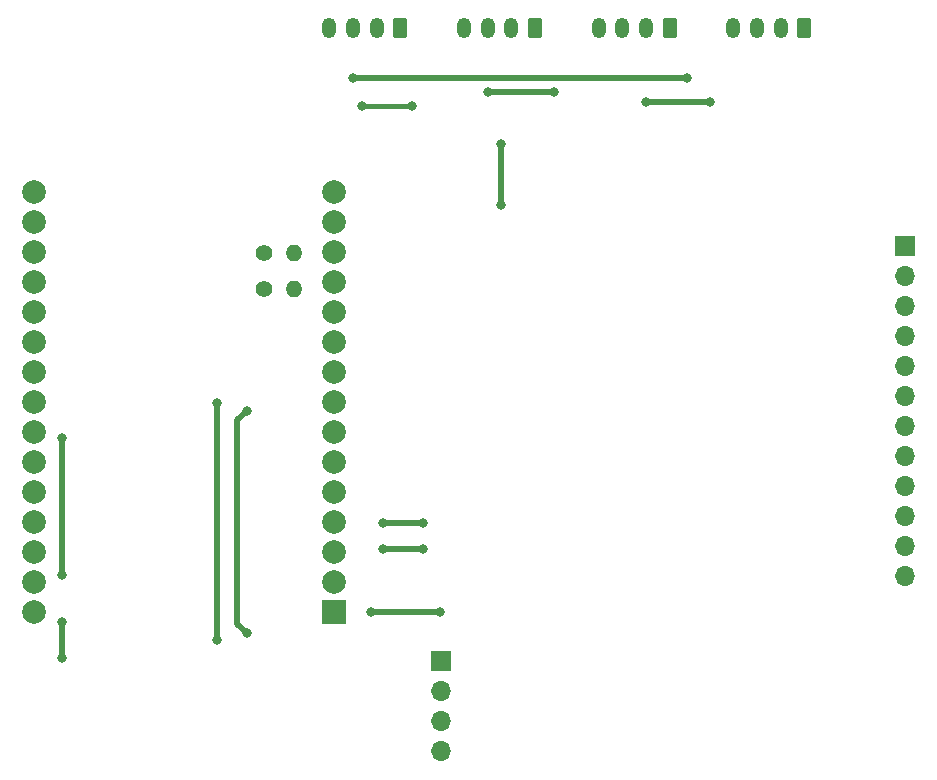
<source format=gtl>
G04 #@! TF.GenerationSoftware,KiCad,Pcbnew,8.0.4*
G04 #@! TF.CreationDate,2025-01-30T11:26:39-05:00*
G04 #@! TF.ProjectId,Cubesat_pcb,43756265-7361-4745-9f70-63622e6b6963,rev?*
G04 #@! TF.SameCoordinates,Original*
G04 #@! TF.FileFunction,Copper,L1,Top*
G04 #@! TF.FilePolarity,Positive*
%FSLAX46Y46*%
G04 Gerber Fmt 4.6, Leading zero omitted, Abs format (unit mm)*
G04 Created by KiCad (PCBNEW 8.0.4) date 2025-01-30 11:26:39*
%MOMM*%
%LPD*%
G01*
G04 APERTURE LIST*
G04 Aperture macros list*
%AMRoundRect*
0 Rectangle with rounded corners*
0 $1 Rounding radius*
0 $2 $3 $4 $5 $6 $7 $8 $9 X,Y pos of 4 corners*
0 Add a 4 corners polygon primitive as box body*
4,1,4,$2,$3,$4,$5,$6,$7,$8,$9,$2,$3,0*
0 Add four circle primitives for the rounded corners*
1,1,$1+$1,$2,$3*
1,1,$1+$1,$4,$5*
1,1,$1+$1,$6,$7*
1,1,$1+$1,$8,$9*
0 Add four rect primitives between the rounded corners*
20,1,$1+$1,$2,$3,$4,$5,0*
20,1,$1+$1,$4,$5,$6,$7,0*
20,1,$1+$1,$6,$7,$8,$9,0*
20,1,$1+$1,$8,$9,$2,$3,0*%
G04 Aperture macros list end*
G04 #@! TA.AperFunction,ComponentPad*
%ADD10R,1.700000X1.700000*%
G04 #@! TD*
G04 #@! TA.AperFunction,ComponentPad*
%ADD11O,1.700000X1.700000*%
G04 #@! TD*
G04 #@! TA.AperFunction,ComponentPad*
%ADD12C,1.400000*%
G04 #@! TD*
G04 #@! TA.AperFunction,ComponentPad*
%ADD13O,1.400000X1.400000*%
G04 #@! TD*
G04 #@! TA.AperFunction,ComponentPad*
%ADD14RoundRect,0.250000X0.350000X0.625000X-0.350000X0.625000X-0.350000X-0.625000X0.350000X-0.625000X0*%
G04 #@! TD*
G04 #@! TA.AperFunction,ComponentPad*
%ADD15O,1.200000X1.750000*%
G04 #@! TD*
G04 #@! TA.AperFunction,ComponentPad*
%ADD16R,2.000000X2.000000*%
G04 #@! TD*
G04 #@! TA.AperFunction,ComponentPad*
%ADD17C,2.000000*%
G04 #@! TD*
G04 #@! TA.AperFunction,ViaPad*
%ADD18C,0.800000*%
G04 #@! TD*
G04 #@! TA.AperFunction,Conductor*
%ADD19C,0.406000*%
G04 #@! TD*
G04 #@! TA.AperFunction,Conductor*
%ADD20C,0.508000*%
G04 #@! TD*
G04 APERTURE END LIST*
D10*
G04 #@! TO.P,J7,1,Pin_1*
G04 #@! TO.N,3.3V*
X37224132Y19311654D03*
D11*
G04 #@! TO.P,J7,2,Pin_2*
G04 #@! TO.N,GND*
X37224132Y16771654D03*
G04 #@! TO.P,J7,3,Pin_3*
G04 #@! TO.N,RX_GPS*
X37224132Y14231654D03*
G04 #@! TO.P,J7,4,Pin_4*
G04 #@! TO.N,TX_GPS*
X37224132Y11691654D03*
G04 #@! TD*
D12*
G04 #@! TO.P,R1,1*
G04 #@! TO.N,3.3V*
X22259132Y53911654D03*
D13*
G04 #@! TO.P,R1,2*
G04 #@! TO.N,SCL*
X24799132Y53911654D03*
G04 #@! TD*
D14*
G04 #@! TO.P,J8,1,Pin_1*
G04 #@! TO.N,3.3V*
X56599132Y72911654D03*
D15*
G04 #@! TO.P,J8,2,Pin_2*
G04 #@! TO.N,GND*
X54599132Y72911654D03*
G04 #@! TO.P,J8,3,Pin_3*
G04 #@! TO.N,SDA*
X52599132Y72911654D03*
G04 #@! TO.P,J8,4,Pin_4*
G04 #@! TO.N,SCL*
X50599132Y72911654D03*
G04 #@! TD*
D10*
G04 #@! TO.P,J1,1,Pin_1*
G04 #@! TO.N,5V*
X76499132Y54486654D03*
D11*
G04 #@! TO.P,J1,2,Pin_2*
G04 #@! TO.N,3.3V*
X76499132Y51946654D03*
G04 #@! TO.P,J1,3,Pin_3*
G04 #@! TO.N,SDA*
X76499132Y49406654D03*
G04 #@! TO.P,J1,4,Pin_4*
G04 #@! TO.N,SCL*
X76499132Y46866654D03*
G04 #@! TO.P,J1,5,Pin_5*
G04 #@! TO.N,GND*
X76499132Y44326654D03*
G04 #@! TO.P,J1,6,Pin_6*
X76499132Y41786654D03*
G04 #@! TO.P,J1,7,Pin_7*
G04 #@! TO.N,Motor 1*
X76499132Y39246654D03*
G04 #@! TO.P,J1,8,Pin_8*
G04 #@! TO.N,Motor 2*
X76499132Y36706654D03*
G04 #@! TO.P,J1,9,Pin_9*
G04 #@! TO.N,Motor 3*
X76499132Y34166654D03*
G04 #@! TO.P,J1,10,Pin_10*
G04 #@! TO.N,Motor 4*
X76499132Y31626654D03*
G04 #@! TO.P,J1,11,Pin_11*
G04 #@! TO.N,Motor 5*
X76499132Y29086654D03*
G04 #@! TO.P,J1,12,Pin_12*
G04 #@! TO.N,Motor 6*
X76499132Y26546654D03*
G04 #@! TD*
D14*
G04 #@! TO.P,J6,1,Pin_1*
G04 #@! TO.N,3.3V*
X67999132Y72911654D03*
D15*
G04 #@! TO.P,J6,2,Pin_2*
G04 #@! TO.N,GND*
X65999132Y72911654D03*
G04 #@! TO.P,J6,3,Pin_3*
G04 #@! TO.N,UV_OUT*
X63999132Y72911654D03*
G04 #@! TO.P,J6,4,Pin_4*
G04 #@! TO.N,3.3V*
X61999132Y72911654D03*
G04 #@! TD*
D14*
G04 #@! TO.P,J4,1,Pin_1*
G04 #@! TO.N,TX_CO*
X33799132Y72911654D03*
D15*
G04 #@! TO.P,J4,2,Pin_2*
G04 #@! TO.N,RX_CO*
X31799132Y72911654D03*
G04 #@! TO.P,J4,3,Pin_3*
G04 #@! TO.N,5V*
X29799132Y72911654D03*
G04 #@! TO.P,J4,4,Pin_4*
G04 #@! TO.N,GND*
X27799132Y72911654D03*
G04 #@! TD*
D12*
G04 #@! TO.P,R2,1*
G04 #@! TO.N,3.3V*
X22259132Y50811654D03*
D13*
G04 #@! TO.P,R2,2*
G04 #@! TO.N,SDA*
X24799132Y50811654D03*
G04 #@! TD*
D14*
G04 #@! TO.P,J5,1,Pin_1*
G04 #@! TO.N,SDA*
X45199132Y72911654D03*
D15*
G04 #@! TO.P,J5,2,Pin_2*
G04 #@! TO.N,SCL*
X43199132Y72911654D03*
G04 #@! TO.P,J5,3,Pin_3*
G04 #@! TO.N,GND*
X41199132Y72911654D03*
G04 #@! TO.P,J5,4,Pin_4*
G04 #@! TO.N,3.3V*
X39199132Y72911654D03*
G04 #@! TD*
D16*
G04 #@! TO.P,U2,1,3V3*
G04 #@! TO.N,3.3V*
X28199132Y23491654D03*
D17*
G04 #@! TO.P,U2,2,GND*
G04 #@! TO.N,GND*
X28199132Y26031654D03*
G04 #@! TO.P,U2,3,D15*
G04 #@! TO.N,SS*
X28199132Y28571654D03*
G04 #@! TO.P,U2,4,D2*
G04 #@! TO.N,Motor 5*
X28199132Y31111654D03*
G04 #@! TO.P,U2,5,D4*
G04 #@! TO.N,Motor 4*
X28199132Y33651654D03*
G04 #@! TO.P,U2,6,RX2*
G04 #@! TO.N,TX_GPS*
X28199132Y36191654D03*
G04 #@! TO.P,U2,7,TX2*
G04 #@! TO.N,RX_GPS*
X28199132Y38731654D03*
G04 #@! TO.P,U2,8,D5*
G04 #@! TO.N,Motor 3*
X28199132Y41271654D03*
G04 #@! TO.P,U2,9,D18*
G04 #@! TO.N,Motor 2*
X28199132Y43811654D03*
G04 #@! TO.P,U2,10,D19*
G04 #@! TO.N,Motor 1*
X28199132Y46351654D03*
G04 #@! TO.P,U2,11,D21*
G04 #@! TO.N,SDA*
X28199132Y48891654D03*
G04 #@! TO.P,U2,12,RX0*
G04 #@! TO.N,TX_CO*
X28199132Y51431654D03*
G04 #@! TO.P,U2,13,TX0*
G04 #@! TO.N,RX_CO*
X28199132Y53971654D03*
G04 #@! TO.P,U2,14,D22*
G04 #@! TO.N,SCL*
X28199132Y56511654D03*
G04 #@! TO.P,U2,15,D23*
G04 #@! TO.N,unconnected-(U2-D23-Pad15)*
X28199132Y59051654D03*
G04 #@! TO.P,U2,16,EN*
G04 #@! TO.N,unconnected-(U2-EN-Pad16)*
X2799132Y59051654D03*
G04 #@! TO.P,U2,17,VP*
G04 #@! TO.N,unconnected-(U2-VP-Pad17)*
X2799132Y56511654D03*
G04 #@! TO.P,U2,18,VN*
G04 #@! TO.N,unconnected-(U2-VN-Pad18)*
X2799132Y53971654D03*
G04 #@! TO.P,U2,19,D34*
G04 #@! TO.N,unconnected-(U2-D34-Pad19)*
X2799132Y51431654D03*
G04 #@! TO.P,U2,20,D35*
G04 #@! TO.N,unconnected-(U2-D35-Pad20)*
X2799132Y48891654D03*
G04 #@! TO.P,U2,21,D32*
G04 #@! TO.N,UV_OUT*
X2799132Y46351654D03*
G04 #@! TO.P,U2,22,D33*
G04 #@! TO.N,unconnected-(U2-D33-Pad22)*
X2799132Y43811654D03*
G04 #@! TO.P,U2,23,D25*
G04 #@! TO.N,Motor 6*
X2799132Y41271654D03*
G04 #@! TO.P,U2,24,D26*
G04 #@! TO.N,DIO0*
X2799132Y38731654D03*
G04 #@! TO.P,U2,25,D27*
G04 #@! TO.N,RESET*
X2799132Y36191654D03*
G04 #@! TO.P,U2,26,D14*
G04 #@! TO.N,SCK*
X2799132Y33651654D03*
G04 #@! TO.P,U2,27,D12*
G04 #@! TO.N,MISO*
X2799132Y31111654D03*
G04 #@! TO.P,U2,28,D13*
G04 #@! TO.N,MOSI*
X2799132Y28571654D03*
G04 #@! TO.P,U2,29,GND*
G04 #@! TO.N,GND*
X2799132Y26031654D03*
G04 #@! TO.P,U2,30,VIN*
G04 #@! TO.N,unconnected-(U2-VIN-Pad30)*
X2799132Y23491654D03*
G04 #@! TD*
D18*
G04 #@! TO.N,SCL*
X42299132Y57911654D03*
X34799132Y66311654D03*
X30599132Y66311654D03*
X42299132Y63111654D03*
G04 #@! TO.N,GND*
X5199132Y26611654D03*
X5199132Y22611654D03*
X5199132Y19611654D03*
X5199132Y38211654D03*
X54599132Y66711654D03*
X41199132Y67511654D03*
X46799132Y67511654D03*
X59999132Y66711654D03*
G04 #@! TO.N,Motor 5*
X32299132Y28811654D03*
X35699132Y28811654D03*
G04 #@! TO.N,Motor 4*
X35699132Y31011654D03*
X32299132Y31011654D03*
G04 #@! TO.N,5V*
X58099132Y68711654D03*
X29799132Y68711654D03*
G04 #@! TO.N,3.3V*
X31299132Y23511654D03*
X20799132Y21711654D03*
X20799132Y40511654D03*
X37199132Y23511654D03*
G04 #@! TO.N,Motor 6*
X18299132Y41211654D03*
X18299132Y21111654D03*
G04 #@! TD*
D19*
G04 #@! TO.N,SCL*
X30599132Y66311654D02*
X34799132Y66311654D01*
D20*
X42299132Y57911654D02*
X42299132Y63111654D01*
G04 #@! TO.N,GND*
X5199132Y22611654D02*
X5199132Y19611654D01*
X41199132Y67511654D02*
X46799132Y67511654D01*
X54599132Y66711654D02*
X59999132Y66711654D01*
X5199132Y38211654D02*
X5199132Y26611654D01*
G04 #@! TO.N,Motor 5*
X32299132Y28811654D02*
X35699132Y28811654D01*
G04 #@! TO.N,Motor 4*
X32299132Y31011654D02*
X35699132Y31011654D01*
G04 #@! TO.N,5V*
X29799132Y68711654D02*
X58099132Y68711654D01*
G04 #@! TO.N,3.3V*
X19999132Y39711654D02*
X19999132Y22511654D01*
X19999132Y22511654D02*
X20799132Y21711654D01*
X37199132Y23511654D02*
X31299132Y23511654D01*
X20799132Y40511654D02*
X19999132Y39711654D01*
G04 #@! TO.N,Motor 6*
X18299132Y41211654D02*
X18299132Y21111654D01*
G04 #@! TD*
M02*

</source>
